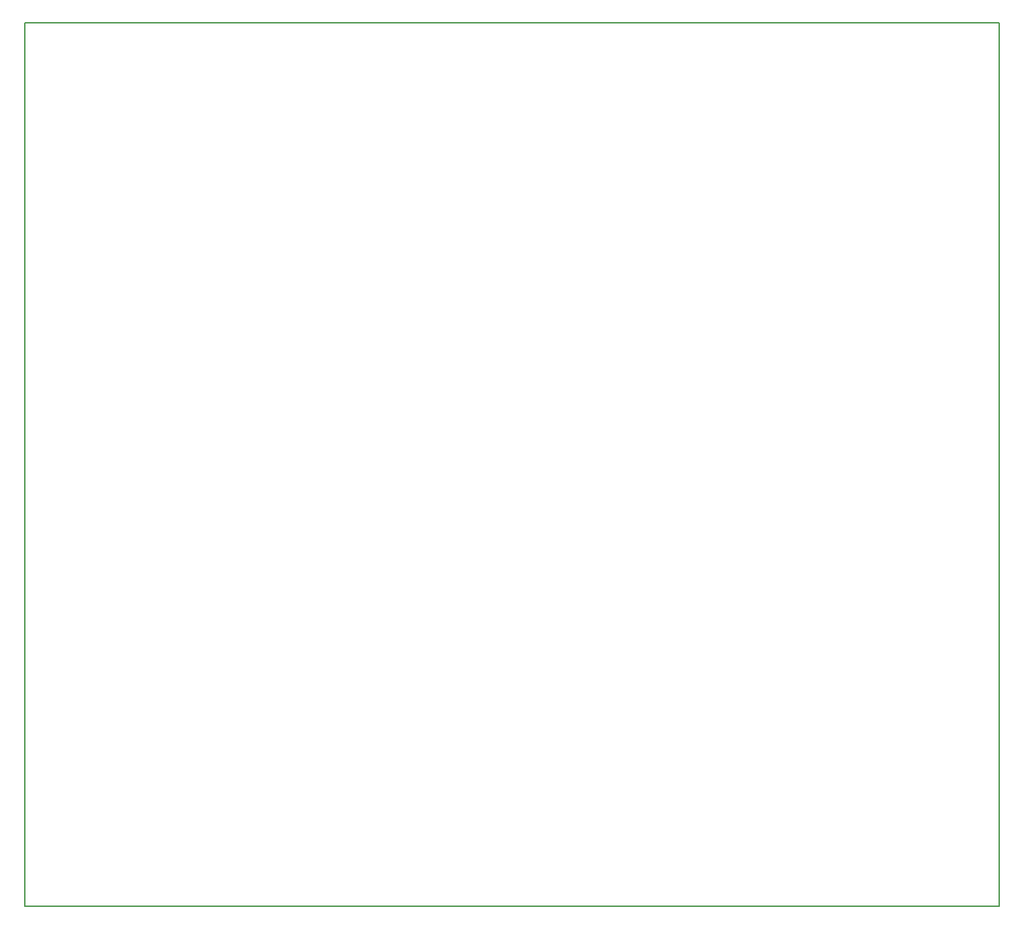
<source format=gbr>
%TF.GenerationSoftware,KiCad,Pcbnew,5.99.0-unknown-0e3b001c51~134~ubuntu20.04.1*%
%TF.CreationDate,2021-10-04T04:58:42+07:00*%
%TF.ProjectId,adatface_baseboard,61646174-6661-4636-955f-62617365626f,rev?*%
%TF.SameCoordinates,Original*%
%TF.FileFunction,Profile,NP*%
%FSLAX46Y46*%
G04 Gerber Fmt 4.6, Leading zero omitted, Abs format (unit mm)*
G04 Created by KiCad (PCBNEW 5.99.0-unknown-0e3b001c51~134~ubuntu20.04.1) date 2021-10-04 04:58:42*
%MOMM*%
%LPD*%
G01*
G04 APERTURE LIST*
%TA.AperFunction,Profile*%
%ADD10C,0.150000*%
%TD*%
G04 APERTURE END LIST*
D10*
X39650000Y-36650000D02*
X162650000Y-36650000D01*
X162650000Y-36650000D02*
X162650000Y-148250000D01*
X162650000Y-148250000D02*
X39650000Y-148250000D01*
X39650000Y-148250000D02*
X39650000Y-36650000D01*
M02*

</source>
